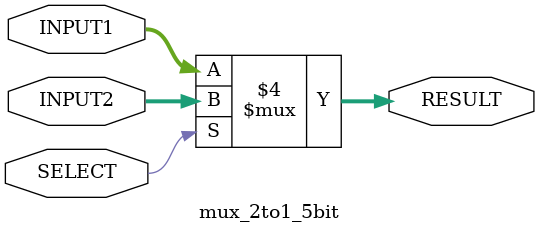
<source format=v>
`timescale 1ns/100ps

module mux_2to1_5bit (INPUT1, INPUT2, RESULT, SELECT);

    input [4:0] INPUT1, INPUT2;
    input SELECT;
    output reg [4:0] RESULT;

    always @ (*)
    begin
        if (SELECT == 1'b0)
            RESULT = INPUT1;
        else
            RESULT = INPUT2;
    end

endmodule
</source>
